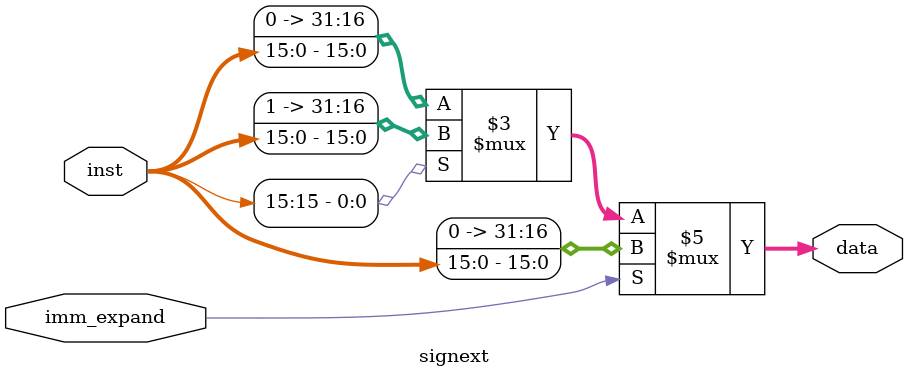
<source format=v>
`timescale 1ns / 1ps
module signext( 
    input [15:0] inst, // ÊäÈë16Î»
    input imm_expand, //!SEXT
    output reg [31:0] data // Êä³ö32Î»
); 
// ¸ù¾Ý·ûºÅ²¹³ä·ûºÅÎ»
// Èç¹û·ûºÅÎ»Îª1£¬Ôò²¹³ä16¸ö1£¬¼´16'h ffff 
// Èç¹û·ûºÅÎ»Îª0£¬Ôò²¹³ä16¸ö0 
always @(*)
begin
    if (!imm_expand)
    begin
        data = inst[15:15]?{16'hffff,inst}:{16'h0000,inst}; 
    end
    // 0À©Õ¹
    else
    begin
        data = {16'h0000,inst};
    end
end    
endmodule 
</source>
